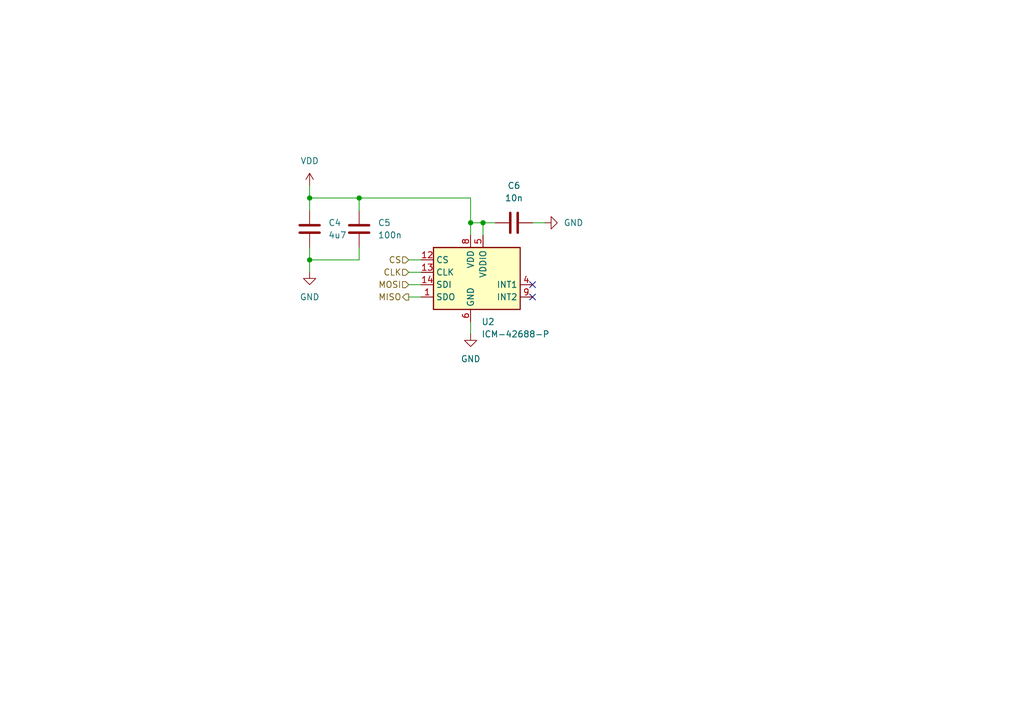
<source format=kicad_sch>
(kicad_sch (version 20231120) (generator "eeschema") (generator_version "8.0")
  (paper "A5")
  (lib_symbols
    (symbol "Device:C" (pin_numbers hide) (pin_names (offset 0.254))
      (property "Reference" "C" (at 0.635 2.54 0))
      (property "Value" "C" (at 0.635 -2.54 0))
      (symbol "C_0_1"
        (polyline (pts (xy -2.032 -0.762) (xy 2.032 -0.762)) (stroke (width 0.508)))
        (polyline (pts (xy -2.032 0.762) (xy 2.032 0.762)) (stroke (width 0.508)))
      )
      (symbol "C_1_1"
        (pin passive line (at 0 3.81 270) (length 2.794) (name "~") (number "1"))
        (pin passive line (at 0 -3.81 90) (length 2.794) (name "~") (number "2"))
      )
    )
    (symbol "User_Symbols:ICM-42688-P"
      (property "Reference" "U" (at 1.27 1.27 0))
      (property "Value" "ICM-42688-P" (at 19.05 1.27 0))
      (symbol "ICM-42688-P_0_1"
        (rectangle (start 0 0) (end 17.78 -12.7) (stroke (width 0.254)) (fill (type background)))
      )
      (symbol "ICM-42688-P_1_1"
        (pin output line (at -2.54 -10.16 0) (length 2.54) (name "SDO") (number "1"))
        (pin no_connect line (at 20.32 -3.81 180) (length 2.54) hide (name "RESV") (number "10"))
        (pin passive line (at 7.62 -15.24 90) (length 2.54) hide (name "RESV") (number "11"))
        (pin input line (at -2.54 -2.54 0) (length 2.54) (name "CS") (number "12"))
        (pin input line (at -2.54 -5.08 0) (length 2.54) (name "CLK") (number "13"))
        (pin input line (at -2.54 -7.62 0) (length 2.54) (name "SDI") (number "14"))
        (pin no_connect line (at 20.32 -1.27 180) (length 2.54) hide (name "RESV") (number "2"))
        (pin no_connect line (at 20.32 -2.54 180) (length 2.54) hide (name "RESV") (number "3"))
        (pin output line (at 20.32 -7.62 180) (length 2.54) (name "INT1") (number "4"))
        (pin power_in line (at 10.16 2.54 270) (length 2.54) (name "VDDIO") (number "5"))
        (pin power_in line (at 7.62 -15.24 90) (length 2.54) (name "GND") (number "6"))
        (pin passive line (at 7.62 -15.24 90) (length 2.54) hide (name "RESV") (number "7"))
        (pin power_in line (at 7.62 2.54 270) (length 2.54) (name "VDD") (number "8"))
        (pin output line (at 20.32 -10.16 180) (length 2.54) (name "INT2") (number "9"))
      )
    )
    (symbol "power:GND" (power) (pin_numbers hide) (pin_names (offset 0) hide)
      (property "Value" "GND" (at 0 -3.81 0))
      (symbol "GND_0_1"
        (polyline (pts (xy 0 0) (xy 0 -1.27) (xy 1.27 -1.27) (xy 0 -2.54) (xy -1.27 -1.27) (xy 0 -1.27)))
      )
      (symbol "GND_1_1"
        (pin power_in line (at 0 0 270) (length 0) (name "~") (number "1"))
      )
    )
    (symbol "power:VCC" (power) (pin_numbers hide) (pin_names (offset 0) hide)
      (property "Value" "VCC" (at 0 3.556 0))
      (symbol "VCC_0_1"
        (polyline (pts (xy -0.762 1.27) (xy 0 2.54)))
        (polyline (pts (xy 0 0) (xy 0 2.54)))
        (polyline (pts (xy 0 2.54) (xy 0.762 1.27)))
      )
      (symbol "VCC_1_1"
        (pin power_in line (at 0 0 90) (length 0) (name "~") (number "1"))
      )
    )
  )
  (junction (at 63.5 53.34))
  (junction (at 73.66 40.64))
  (junction (at 96.52 45.72))
  (junction (at 63.5 40.64))
  (junction (at 99.06 45.72))
  (no_connect (at 109.22 60.96))
  (no_connect (at 109.22 58.42))
  (wire (pts (xy 73.66 43.18) (xy 73.66 40.64)))
  (wire (pts (xy 63.5 50.8) (xy 63.5 53.34)))
  (wire (pts (xy 83.82 53.34) (xy 86.36 53.34)))
  (wire (pts (xy 63.5 40.64) (xy 63.5 43.18)))
  (wire (pts (xy 63.5 53.34) (xy 73.66 53.34)))
  (wire (pts (xy 83.82 55.88) (xy 86.36 55.88)))
  (wire (pts (xy 63.5 53.34) (xy 63.5 55.88)))
  (wire (pts (xy 83.82 60.96) (xy 86.36 60.96)))
  (wire (pts (xy 96.52 45.72) (xy 99.06 45.72)))
  (wire (pts (xy 96.52 40.64) (xy 96.52 45.72)))
  (wire (pts (xy 63.5 38.1) (xy 63.5 40.64)))
  (wire (pts (xy 96.52 66.04) (xy 96.52 68.58)))
  (wire (pts (xy 99.06 45.72) (xy 99.06 48.26)))
  (wire (pts (xy 96.52 45.72) (xy 96.52 48.26)))
  (wire (pts (xy 73.66 53.34) (xy 73.66 50.8)))
  (wire (pts (xy 73.66 40.64) (xy 96.52 40.64)))
  (wire (pts (xy 63.5 40.64) (xy 73.66 40.64)))
  (wire (pts (xy 83.82 58.42) (xy 86.36 58.42)))
  (wire (pts (xy 101.6 45.72) (xy 99.06 45.72)))
  (wire (pts (xy 109.22 45.72) (xy 111.76 45.72)))
  (hierarchical_label "MISO" (shape output) (at 83.82 60.96 180))
  (hierarchical_label "CS" (shape input) (at 83.82 53.34 180))
  (hierarchical_label "CLK" (shape input) (at 83.82 55.88 180))
  (hierarchical_label "MOSI" (shape input) (at 83.82 58.42 180))
  (symbol (lib_id "Device:C") (at 73.66 46.99 0) (unit 1)
    (property "Reference" "C5" (at 77.47 45.7199 0) (effects (justify left)))
    (property "Value" "100n" (at 77.47 48.2599 0) (effects (justify left)))
    (property "Footprint" "Capacitor_SMD:C_0402_1005Metric" (effects (hide yes)))
    (property "Description" "Unpolarized capacitor" (effects (hide yes)))
    (property "LCSC" "C1525" (effects (hide yes)))
    (instances (project "gyro-strip" (path "" (reference "C5") (unit 1)) (path "" (reference "C8") (unit 1)) (path "" (reference "C2") (unit 1))))
  )
  (symbol (lib_id "Device:C") (at 105.41 45.72 90) (unit 1)
    (property "Reference" "C6" (at 105.41 38.1 90))
    (property "Value" "10n" (at 105.41 40.64 90))
    (property "Footprint" "Capacitor_SMD:C_0402_1005Metric" (effects (hide yes)))
    (property "Description" "Unpolarized capacitor" (effects (hide yes)))
    (property "LCSC" "C15195" (effects (hide yes)))
    (instances (project "gyro-strip" (path "" (reference "C6") (unit 1)) (path "" (reference "C9") (unit 1)) (path "" (reference "C3") (unit 1))))
  )
  (symbol (lib_id "Device:C") (at 63.5 46.99 0) (unit 1)
    (property "Reference" "C4" (at 67.31 45.7199 0) (effects (justify left)))
    (property "Value" "4u7" (at 67.31 48.2599 0) (effects (justify left)))
    (property "Footprint" "Capacitor_SMD:C_0402_1005Metric" (effects (hide yes)))
    (property "Description" "Unpolarized capacitor" (effects (hide yes)))
    (property "LCSC" "C23733" (effects (hide yes)))
    (instances (project "gyro-strip" (path "" (reference "C4") (unit 1)) (path "" (reference "C7") (unit 1)) (path "" (reference "C1") (unit 1))))
  )
  (symbol (lib_id "power:VCC") (at 63.5 38.1 0) (unit 1)
    (property "Reference" "#PWR05" (effects (hide yes)))
    (property "Value" "VDD" (at 63.5 33.02 0))
    (property "Description" "Power symbol creates a global label with name \"VCC\"" (effects (hide yes)))
    (instances (project "gyro-strip" (path "" (reference "#PWR05") (unit 1)) (path "" (reference "#PWR09") (unit 1)) (path "" (reference "#PWR01") (unit 1))))
  )
  (symbol (lib_id "power:GND") (at 96.52 68.58 0) (unit 1)
    (property "Reference" "#PWR07" (effects (hide yes)))
    (property "Value" "GND" (at 96.52 73.66 0))
    (property "Description" "Power symbol creates a global label with name \"GND\" , ground" (effects (hide yes)))
    (instances (project "gyro-strip" (path "" (reference "#PWR07") (unit 1)) (path "" (reference "#PWR011") (unit 1)) (path "" (reference "#PWR03") (unit 1))))
  )
  (symbol (lib_id "power:GND") (at 63.5 55.88 0) (unit 1)
    (property "Reference" "#PWR06" (effects (hide yes)))
    (property "Value" "GND" (at 63.5 60.96 0))
    (property "Description" "Power symbol creates a global label with name \"GND\" , ground" (effects (hide yes)))
    (instances (project "gyro-strip" (path "" (reference "#PWR06") (unit 1)) (path "" (reference "#PWR010") (unit 1)) (path "" (reference "#PWR02") (unit 1))))
  )
  (symbol (lib_id "power:GND") (at 111.76 45.72 90) (unit 1)
    (property "Reference" "#PWR08" (effects (hide yes)))
    (property "Value" "GND" (at 115.57 45.7199 90) (effects (justify right)))
    (property "Description" "Power symbol creates a global label with name \"GND\" , ground" (effects (hide yes)))
    (instances (project "gyro-strip" (path "" (reference "#PWR08") (unit 1)) (path "" (reference "#PWR012") (unit 1)) (path "" (reference "#PWR04") (unit 1))))
  )
  (symbol (lib_id "User_Symbols:ICM-42688-P") (at 88.9 50.8 0) (unit 1)
    (property "Reference" "U2" (at 98.7141 66.04 0) (effects (justify left)))
    (property "Value" "ICM-42688-P" (at 98.7141 68.58 0) (effects (justify left)))
    (property "Footprint" "Package_LGA:LGA-14_3x2.5mm_P0.5mm_LayoutBorder3x4y" (effects (hide yes)))
    (property "Datasheet" "https://wmsc.lcsc.com/wmsc/upload/file/pdf/v2/lcsc/2108030230_TDK-InvenSense-ICM-42688-P_C1850418.pdf" (effects (hide yes)))
    (property "Description" "IMU Gyroscope" (effects (hide yes)))
    (property "LCSC" "C1850418" (effects (hide yes)))
    (instances (project "gyro-strip" (path "" (reference "U2") (unit 1)) (path "" (reference "U3") (unit 1)) (path "" (reference "U1") (unit 1))))
  )
)
</source>
